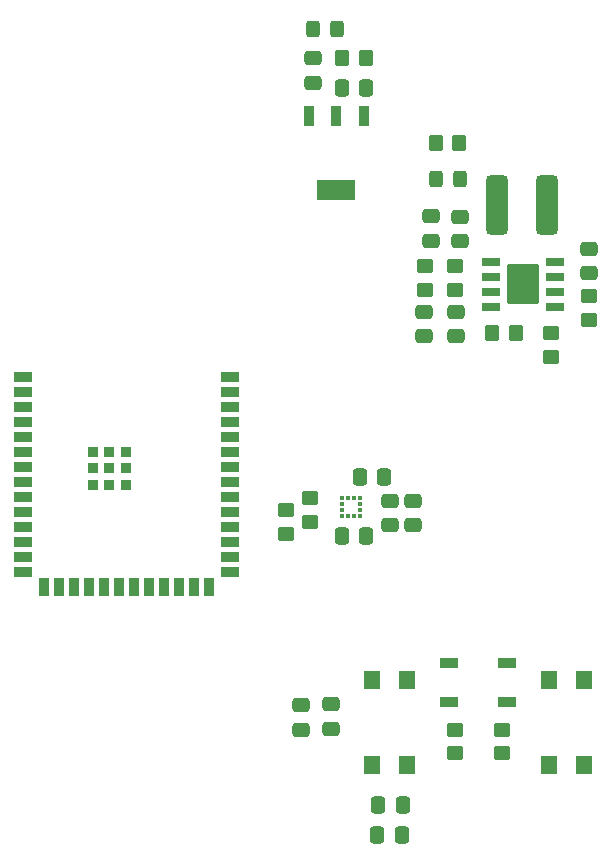
<source format=gbr>
%TF.GenerationSoftware,KiCad,Pcbnew,8.0.7*%
%TF.CreationDate,2025-04-09T11:56:33+02:00*%
%TF.ProjectId,PCB_CDFR,5043425f-4344-4465-922e-6b696361645f,rev?*%
%TF.SameCoordinates,Original*%
%TF.FileFunction,Paste,Top*%
%TF.FilePolarity,Positive*%
%FSLAX46Y46*%
G04 Gerber Fmt 4.6, Leading zero omitted, Abs format (unit mm)*
G04 Created by KiCad (PCBNEW 8.0.7) date 2025-04-09 11:56:33*
%MOMM*%
%LPD*%
G01*
G04 APERTURE LIST*
G04 Aperture macros list*
%AMRoundRect*
0 Rectangle with rounded corners*
0 $1 Rounding radius*
0 $2 $3 $4 $5 $6 $7 $8 $9 X,Y pos of 4 corners*
0 Add a 4 corners polygon primitive as box body*
4,1,4,$2,$3,$4,$5,$6,$7,$8,$9,$2,$3,0*
0 Add four circle primitives for the rounded corners*
1,1,$1+$1,$2,$3*
1,1,$1+$1,$4,$5*
1,1,$1+$1,$6,$7*
1,1,$1+$1,$8,$9*
0 Add four rect primitives between the rounded corners*
20,1,$1+$1,$2,$3,$4,$5,0*
20,1,$1+$1,$4,$5,$6,$7,0*
20,1,$1+$1,$6,$7,$8,$9,0*
20,1,$1+$1,$8,$9,$2,$3,0*%
G04 Aperture macros list end*
%ADD10RoundRect,0.030000X0.745000X0.270000X-0.745000X0.270000X-0.745000X-0.270000X0.745000X-0.270000X0*%
%ADD11RoundRect,0.135500X-1.219500X-1.564500X1.219500X-1.564500X1.219500X1.564500X-1.219500X1.564500X0*%
%ADD12RoundRect,0.250000X0.450000X-0.350000X0.450000X0.350000X-0.450000X0.350000X-0.450000X-0.350000X0*%
%ADD13R,0.900000X0.900000*%
%ADD14R,1.500000X0.900000*%
%ADD15R,0.900000X1.500000*%
%ADD16RoundRect,0.250000X-0.475000X0.337500X-0.475000X-0.337500X0.475000X-0.337500X0.475000X0.337500X0*%
%ADD17RoundRect,0.250000X-0.350000X-0.450000X0.350000X-0.450000X0.350000X0.450000X-0.350000X0.450000X0*%
%ADD18RoundRect,0.475000X0.475000X2.075000X-0.475000X2.075000X-0.475000X-2.075000X0.475000X-2.075000X0*%
%ADD19RoundRect,0.250000X-0.450000X0.350000X-0.450000X-0.350000X0.450000X-0.350000X0.450000X0.350000X0*%
%ADD20R,1.400000X1.600000*%
%ADD21R,0.950000X1.750000*%
%ADD22R,3.200000X1.750000*%
%ADD23RoundRect,0.250000X-0.337500X-0.475000X0.337500X-0.475000X0.337500X0.475000X-0.337500X0.475000X0*%
%ADD24R,0.375000X0.350000*%
%ADD25R,0.350000X0.375000*%
%ADD26RoundRect,0.250000X0.475000X-0.337500X0.475000X0.337500X-0.475000X0.337500X-0.475000X-0.337500X0*%
%ADD27RoundRect,0.250000X-0.325000X-0.450000X0.325000X-0.450000X0.325000X0.450000X-0.325000X0.450000X0*%
%ADD28RoundRect,0.250000X0.337500X0.475000X-0.337500X0.475000X-0.337500X-0.475000X0.337500X-0.475000X0*%
%ADD29RoundRect,0.090000X-0.660000X-0.360000X0.660000X-0.360000X0.660000X0.360000X-0.660000X0.360000X0*%
G04 APERTURE END LIST*
D10*
%TO.C,BUCK1*%
X140600000Y-48995000D03*
X140600000Y-50265000D03*
X140600000Y-51535000D03*
X140600000Y-52805000D03*
X146000000Y-52800000D03*
X146000000Y-51530000D03*
X146000000Y-50260000D03*
X146000000Y-48990000D03*
D11*
X143300000Y-50900000D03*
%TD*%
D12*
%TO.C,R6*%
X148900000Y-53900000D03*
X148900000Y-51900000D03*
%TD*%
D13*
%TO.C,U2*%
X106850000Y-65060000D03*
X106850000Y-66460000D03*
X106850000Y-67860000D03*
X108250000Y-65060000D03*
X108250000Y-66460000D03*
X108250000Y-67860000D03*
X109650000Y-65060000D03*
X109650000Y-66460000D03*
X109650000Y-67860000D03*
D14*
X101000000Y-58740000D03*
X101000000Y-60010000D03*
X101000000Y-61280000D03*
X101000000Y-62550000D03*
X101000000Y-63820000D03*
X101000000Y-65090000D03*
X101000000Y-66360000D03*
X101000000Y-67630000D03*
X101000000Y-68900000D03*
X101000000Y-70170000D03*
X101000000Y-71440000D03*
X101000000Y-72710000D03*
X101000000Y-73980000D03*
X101000000Y-75250000D03*
D15*
X102765000Y-76500000D03*
X104035000Y-76500000D03*
X105305000Y-76500000D03*
X106575000Y-76500000D03*
X107845000Y-76500000D03*
X109115000Y-76500000D03*
X110385000Y-76500000D03*
X111655000Y-76500000D03*
X112925000Y-76500000D03*
X114195000Y-76500000D03*
X115465000Y-76500000D03*
X116735000Y-76500000D03*
D14*
X118500000Y-75250000D03*
X118500000Y-73980000D03*
X118500000Y-72710000D03*
X118500000Y-71440000D03*
X118500000Y-70170000D03*
X118500000Y-68900000D03*
X118500000Y-67630000D03*
X118500000Y-66360000D03*
X118500000Y-65090000D03*
X118500000Y-63820000D03*
X118500000Y-62550000D03*
X118500000Y-61280000D03*
X118500000Y-60010000D03*
X118500000Y-58740000D03*
%TD*%
D12*
%TO.C,R1*%
X137500000Y-90600000D03*
X137500000Y-88600000D03*
%TD*%
D16*
%TO.C,C7*%
X137600000Y-53200000D03*
X137600000Y-55275000D03*
%TD*%
D17*
%TO.C,R5*%
X140700000Y-55000000D03*
X142700000Y-55000000D03*
%TD*%
D18*
%TO.C,L1*%
X145300000Y-44200000D03*
X141100000Y-44200000D03*
%TD*%
D17*
%TO.C,RLED1*%
X135900000Y-38950000D03*
X137900000Y-38950000D03*
%TD*%
D19*
%TO.C,R801*%
X123250000Y-70000000D03*
X123250000Y-72000000D03*
%TD*%
D17*
%TO.C,RLED2*%
X128000000Y-31750000D03*
X130000000Y-31750000D03*
%TD*%
D16*
%TO.C,C1*%
X127000000Y-86462500D03*
X127000000Y-88537500D03*
%TD*%
D20*
%TO.C,SWITCHEN1*%
X130500000Y-84400000D03*
X130500000Y-91600000D03*
X133500000Y-84400000D03*
X133500000Y-91600000D03*
%TD*%
%TO.C,SWITCHBOOT1*%
X148500000Y-91600000D03*
X148500000Y-84400000D03*
X145500000Y-91600000D03*
X145500000Y-84400000D03*
%TD*%
D16*
%TO.C,C14*%
X132000000Y-69212500D03*
X132000000Y-71287500D03*
%TD*%
D21*
%TO.C,LDO1*%
X129800000Y-36600000D03*
X127500000Y-36600000D03*
X125200000Y-36600000D03*
D22*
X127500000Y-42900000D03*
%TD*%
D23*
%TO.C,C13*%
X127962500Y-72212500D03*
X130037500Y-72212500D03*
%TD*%
D24*
%TO.C,U1*%
X127975000Y-68962500D03*
X127975000Y-69462500D03*
X127975000Y-69962500D03*
X127975000Y-70462500D03*
D25*
X128487500Y-70475000D03*
X128987500Y-70475000D03*
D24*
X129500000Y-70462500D03*
X129500000Y-69962500D03*
X129500000Y-69462500D03*
X129500000Y-68962500D03*
D25*
X128987500Y-68950000D03*
X128487500Y-68950000D03*
%TD*%
D26*
%TO.C,C8*%
X148900000Y-49937500D03*
X148900000Y-47862500D03*
%TD*%
D27*
%TO.C,LED1*%
X135900000Y-41950000D03*
X137950000Y-41950000D03*
%TD*%
D23*
%TO.C,C15*%
X129462500Y-67212500D03*
X131537500Y-67212500D03*
%TD*%
D19*
%TO.C,R8*%
X141500000Y-88600000D03*
X141500000Y-90600000D03*
%TD*%
D28*
%TO.C,C5*%
X133100000Y-95000000D03*
X131025000Y-95000000D03*
%TD*%
D16*
%TO.C,C9*%
X138000000Y-45162500D03*
X138000000Y-47237500D03*
%TD*%
%TO.C,C12*%
X134000000Y-69212500D03*
X134000000Y-71287500D03*
%TD*%
D12*
%TO.C,R2*%
X137500000Y-51337500D03*
X137500000Y-49337500D03*
%TD*%
%TO.C,R7*%
X145700000Y-57000000D03*
X145700000Y-55000000D03*
%TD*%
D19*
%TO.C,R3*%
X135000000Y-49337500D03*
X135000000Y-51337500D03*
%TD*%
%TO.C,R800*%
X125250000Y-69000000D03*
X125250000Y-71000000D03*
%TD*%
D16*
%TO.C,C10*%
X135500000Y-45125000D03*
X135500000Y-47200000D03*
%TD*%
D28*
%TO.C,C6*%
X133037500Y-97500000D03*
X130962500Y-97500000D03*
%TD*%
D26*
%TO.C,C3*%
X125500000Y-33825000D03*
X125500000Y-31750000D03*
%TD*%
D28*
%TO.C,C2*%
X130037500Y-34250000D03*
X127962500Y-34250000D03*
%TD*%
D27*
%TO.C,LED2*%
X125500000Y-29250000D03*
X127550000Y-29250000D03*
%TD*%
D29*
%TO.C,D2*%
X137000000Y-82950000D03*
X137000000Y-86250000D03*
X141900000Y-86250000D03*
X141900000Y-82950000D03*
%TD*%
D16*
%TO.C,C4*%
X134900000Y-53200000D03*
X134900000Y-55275000D03*
%TD*%
D26*
%TO.C,C11*%
X124500000Y-88600000D03*
X124500000Y-86525000D03*
%TD*%
M02*

</source>
